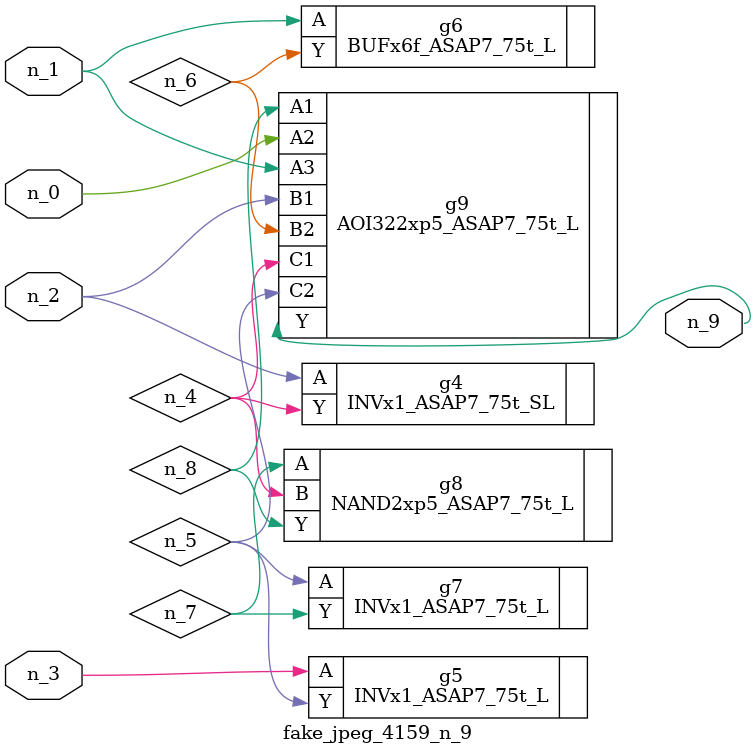
<source format=v>
module fake_jpeg_4159_n_9 (n_0, n_3, n_2, n_1, n_9);

input n_0;
input n_3;
input n_2;
input n_1;

output n_9;

wire n_4;
wire n_8;
wire n_6;
wire n_5;
wire n_7;

INVx1_ASAP7_75t_SL g4 ( 
.A(n_2),
.Y(n_4)
);

INVx1_ASAP7_75t_L g5 ( 
.A(n_3),
.Y(n_5)
);

BUFx6f_ASAP7_75t_L g6 ( 
.A(n_1),
.Y(n_6)
);

INVx1_ASAP7_75t_L g7 ( 
.A(n_5),
.Y(n_7)
);

NAND2xp5_ASAP7_75t_L g8 ( 
.A(n_7),
.B(n_4),
.Y(n_8)
);

AOI322xp5_ASAP7_75t_L g9 ( 
.A1(n_8),
.A2(n_0),
.A3(n_1),
.B1(n_2),
.B2(n_6),
.C1(n_4),
.C2(n_5),
.Y(n_9)
);


endmodule
</source>
